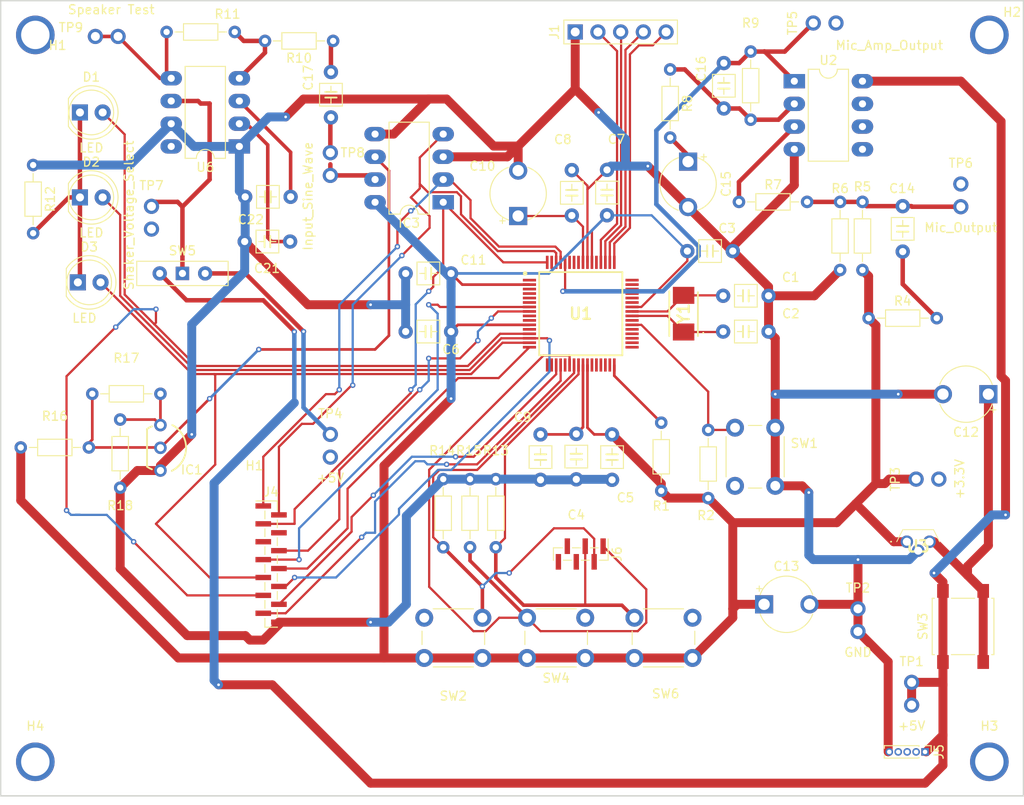
<source format=kicad_pcb>
(kicad_pcb (version 20240108) (generator "pcbnew") (generator_version "8.0")
  (layers (0 "F.Cu" signal) (31 "B.Cu" signal) (34 "B.Paste" user) (35 "F.Paste" user) (36 "B.SilkS" user "B.Silkscreen") (37 "F.SilkS" user "F.Silkscreen") (38 "B.Mask" user) (39 "F.Mask" user) (44 "Edge.Cuts" user))
  (net 0 "")
  (net 1 "GND")
  (net 2 "/OSC1")
  (net 3 "/OSC2")
  (net 4 "+3V3")
  (net 5 "/LDO")
  (net 6 "Net-(SW3-B)")
  (net 7 "Net-(MK1-+)")
  (net 8 "Net-(TP6-A)")
  (net 9 "Net-(C15-Pad1)")
  (net 10 "Net-(U2A--)")
  (net 11 "ADC_Mic_Input_Signal")
  (net 12 "Net-(C17-Pad2)")
  (net 13 "Net-(IC3-OUT)")
  (net 14 "Net-(U6-FC2)")
  (net 15 "Net-(U6-FC1)")
  (net 16 "PC7")
  (net 17 "Net-(D1-K)")
  (net 18 "PC6")
  (net 19 "PC5")
  (net 20 "Net-(IC1-Pad1)")
  (net 21 "Net-(IC3-REF)")
  (net 22 "PD3")
  (net 23 "PD1")
  (net 24 "PD0")
  (net 25 "Net-(TP8-A)")
  (net 26 "/TDO")
  (net 27 "/TMS")
  (net 28 "/TCK")
  (net 29 "/TDI")
  (net 30 "PE1")
  (net 31 "PC4")
  (net 32 "PA2")
  (net 33 "OutSignal")
  (net 34 "PA3")
  (net 35 "InputSignal")
  (net 36 "PE2")
  (net 39 "+5V")
  (net 41 "PA5")
  (net 43 "PA6")
  (net 45 "PA7")
  (net 47 "Net-(U1-~{WAKE})")
  (net 48 "/Reset")
  (net 49 "Net-(U2A-+)")
  (net 50 "Net-(U6-VIN)")
  (net 51 "Net-(TP9-A)")
  (net 54 "Net-(U6-VO2)")
  (net 55 "Net-(SW5-B)")
  (net 56 "Net-(BT1-+)")
  (footprint "Button_Switch_THT:SW_Slide-03_Wuerth-WS-SLTV_10x2.5x6.4_P2.54mm" (layer "F.Cu") (at 133.96 83.5)
    (property "Reference" "SW5")
    (property "Value" "SW_Wuerth_450301014042")
  )
  (footprint "ECE445L:C_Axial_200mil" (layer "F.Cu") (at 146 79.935 180)
    (property "Reference" "C21")
    (property "Value" "4.7uF")
  )
  (footprint "ECE445L:CP_Radial_Tantal200mil" (layer "F.Cu") (at 224.08 97 180)
    (property "Reference" "C12")
    (property "Value" ".33uF")
  )
  (footprint "ECE445L:C_Axial_200mil" (layer "F.Cu") (at 194.42 86)
    (property "Reference" "C1")
    (property "Value" "10pF C0G")
  )
  (footprint "ECE445L:LED_D5.0mm" (layer "F.Cu") (at 122.5 65.5)
    (property "Reference" "D1")
    (property "Value" "LED")
  )
  (footprint "ECE445L:R_Axial_DIN0204_L3.6mm_D1.6mm_P7.62mm_Horizontal" (layer "F.Cu") (at 196.19 75.5)
    (property "Reference" "R7")
    (property "Value" "1k")
  )
  (footprint "ECE445L:C_Axial_200mil" (layer "F.Cu") (at 214.5 81.05625 90)
    (property "Reference" "C14")
    (property "Value" "1uF")
  )
  (footprint "Button_Switch_THT:SW_PUSH_6mm" (layer "F.Cu") (at 200.25 100.75 -90)
    (property "Reference" "SW1")
    (property "Value" "Reset")
  )
  (footprint "ECE445L:C_Axial_200mil" (layer "F.Cu") (at 181.435 77 90)
    (property "Reference" "C7")
    (property "Value" "0.1uF")
  )
  (footprint "ECE445L:Testpoint_1x02_P2.54mm" (layer "F.Cu") (at 130.5 76)
    (property "Reference" "TP7")
    (property "Value" "Shaker_Voltage_Select")
  )
  (footprint "ECE445L:R_Axial_DIN0204_L3.6mm_D1.6mm_P7.62mm_Horizontal" (layer "F.Cu") (at 115.88 102.96)
    (property "Reference" "R16")
    (property "Value" "2330")
  )
  (footprint "ECE445L:Testpoint_1x02_P2.54mm" (layer "F.Cu") (at 209.5 121)
    (property "Reference" "TP2")
    (property "Value" "GND")
  )
  (footprint "ECE445L:R_Axial_DIN0204_L3.6mm_D1.6mm_P7.62mm_Horizontal" (layer "F.Cu") (at 169 114.12 90)
    (property "Reference" "R13")
    (property "Value" "10k")
  )
  (footprint "ECE445L:Testpoint_1x02_P2.54mm" (layer "F.Cu") (at 204.5 55.5 90)
    (property "Reference" "TP5")
    (property "Value" "Mic_Amp_Output")
  )
  (footprint "ECE445L:C_Axial_200mil" (layer "F.Cu") (at 178 101.44375 -90)
    (property "Reference" "C4")
    (property "Value" "0.1uF")
  )
  (footprint "ECE445L:R_Axial_DIN0204_L3.6mm_D1.6mm_P7.62mm_Horizontal" (layer "F.Cu") (at 210.69 88.5)
    (property "Reference" "R4")
    (property "Value" "10k")
  )
  (footprint "ECE445L:R_Axial_DIN0204_L3.6mm_D1.6mm_P7.62mm_Horizontal" (layer "F.Cu") (at 192.75 108.62 90)
    (property "Reference" "R2")
    (property "Value" "10k")
  )
  (footprint "ECE445L:R_Axial_DIN0204_L3.6mm_D1.6mm_P7.62mm_Horizontal" (layer "F.Cu") (at 123.88 96.96)
    (property "Reference" "R17")
    (property "Value" "330")
  )
  (footprint "ECE445L:C_Axial_200mil" (layer "F.Cu") (at 177.5 77.02375 90)
    (property "Reference" "C8")
    (property "Value" "0.1uF")
  )
  (footprint "ECE445L:LED_D5.0mm" (layer "F.Cu") (at 122.265 84.5)
    (property "Reference" "D3")
    (property "Value" "LED")
  )
  (footprint "ECE445L:CP_Radial_Tantal200mil" (layer "F.Cu") (at 171.5 77.08 90)
    (property "Reference" "C10")
    (property "Value" "2.2uF")
  )
  (footprint "ECE445L:R_Axial_DIN0204_L3.6mm_D1.6mm_P7.62mm_Horizontal" (layer "F.Cu") (at 150.81 57.5 180)
    (property "Reference" "R10")
    (property "Value" "20k")
  )
  (footprint "Connector_PinHeader_1.00mm:PinHeader_1x14_P1.00mm_Vertical_SMD_Pin1Left" (layer "F.Cu") (at 143.875 116)
    (property "Reference" "J4")
    (property "Value" "Conn_01x14_Pin")
  )
  (footprint "ECE445L:MountingHole_4_40" (layer "F.Cu") (at 224.19 138.11)
    (property "Reference" "H3")
    (property "Value" "~")
  )
  (footprint "ECE445L:C_Axial_200mil" (layer "F.Cu") (at 182 101.5 -90)
    (property "Reference" "C5")
    (property "Value" "0.01uF")
  )
  (footprint "ECE445L:R_Axial_DIN0204_L3.6mm_D1.6mm_P7.62mm_Horizontal" (layer "F.Cu") (at 210 83.12 90)
    (property "Reference" "R5")
    (property "Value" "22k")
  )
  (footprint "ECE445L:R_Axial_DIN0204_L3.6mm_D1.6mm_P7.62mm_Horizontal" (layer "F.Cu") (at 187.5 107.81 90)
    (property "Reference" "R1")
    (property "Value" "1M")
  )
  (footprint "ECE445L:C_Axial_200mil" (layer "F.Cu") (at 164 83.5 180)
    (property "Reference" "C11")
    (property "Value" "0.01uF")
  )
  (footprint "ECE445L:R_Axial_DIN0204_L3.6mm_D1.6mm_P7.62mm_Horizontal" (layer "F.Cu") (at 166.12 114.12 90)
    (property "Reference" "R15")
    (property "Value" "10k")
  )
  (footprint "ECE445L:TL431CLPM" (layer "F.Cu") (at 214.96 113.5)
    (property "Reference" "U3")
    (property "Value" "LP2950-33LPRE3" (hide yes))
  )
  (footprint "ECE445L:Testpoint_1x02_P2.54mm" (layer "F.Cu") (at 221 73.5)
    (property "Reference" "TP6")
    (property "Value" "Mic_Output")
  )
  (footprint "ECE445L:Testpoint_1x02_P2.54mm" (layer "F.Cu") (at 216 106.5 90)
    (property "Reference" "TP3")
    (property "Value" "+3.3V")
  )
  (footprint "ECE445L:DIP-8_W7.62mm_LongPads" (layer "F.Cu") (at 202.38 62)
    (property "Reference" "U2")
    (property "Value" "OPA2350")
  )
  (footprint "ECE445L:CP_Radial_Tantal200mil" (layer "F.Cu") (at 199 120.5)
    (property "Reference" "C13")
    (property "Value" ".1uF")
  )
  (footprint "Button_Switch_THT:SW_PUSH_6mm" (layer "F.Cu") (at 172.5 122)
    (property "Reference" "SW4")
    (property "Value" "Sample_Signal")
  )
  (footprint "Button_Switch_SMD:SW_SPST_B3S-1000" (layer "F.Cu") (at 221.25 122.975 90)
    (property "Reference" "SW3")
    (property "Value" "PWR_SW")
  )
  (footprint "ECE445L:R_Axial_DIN0204_L3.6mm_D1.6mm_P7.62mm_Horizontal" (layer "F.Cu") (at 163.12 114.12 90)
    (property "Reference" "R14")
    (property "Value" "10k")
  )
  (footprint "ECE445L:R_Axial_DIN0204_L3.6mm_D1.6mm_P7.62mm_Horizontal" (layer "F.Cu") (at 207.5 75.5 -90)
    (property "Reference" "R6")
    (property "Value" "22k")
  )
  (footprint "ECE445L:Testpoint_1x02_P2.54mm" (layer "F.Cu") (at 124.225 57 90)
    (property "Reference" "TP9")
    (property "Value" "Speaker Test")
  )
  (footprint "ECE445L:QFP50P1200X1200X160-64N" (layer "F.Cu") (at 178.5 88)
    (property "Reference" "U1")
    (property "Value" "TM4C123GH6PMIR" (hide yes))
  )
  (footprint "ECE445L:C_Axial_200mil" (layer "F.Cu") (at 146.05625 74.935 180)
    (property "Reference" "C22")
    (property "Value" "1uF")
  )
  (footprint "ECE445L:MountingHole_4_40" (layer "F.Cu") (at 117.51 138.11)
    (property "Reference" "H4")
    (property "Value" "~")
  )
  (footprint "ECE445L:R_Axial_DIN0204_L3.6mm_D1.6mm_P7.62mm_Horizontal" (layer "F.Cu") (at 127 99.84 -90)
    (property "Reference" "R18")
    (property "Value" "1500")
  )
  (footprint "ECE445L:C_Axial_200mil" (layer "F.Cu") (at 194.42 90)
    (property "Reference" "C2")
    (property "Value" "10pF C0G")
  )
  (footprint "Button_Switch_THT:SW_PUSH_6mm" (layer "F.Cu") (at 161 122)
    (property "Reference" "SW2")
    (property "Value" "Send_Signal")
  )
  (footprint "Connector_PinHeader_1.00mm:PinHeader_1x06_P1.00mm_Vertical_SMD_Pin1Left" (layer "F.Cu") (at 178.5 114.875 -90)
    (property "Reference" "J6")
    (property "Value" "Conn_01x06_Pin")
  )
  (footprint "ECE445L:Testpoint_1x02_P2.54mm" (layer "F.Cu") (at 215.5 129.225)
    (property "Reference" "TP1")
    (property "Value" "+5V")
  )
  (footprint "ECE445L:PinHeader_1x05_P2.54mm_Vertical" (layer "F.Cu") (at 177.88 56.5 90)
    (property "Reference" "J1")
    (property "Value" "JTAG")
  )
  (footprint "ECE445L:C_Axial_200mil" (layer "F.Cu") (at 190.42 81)
    (property "Reference" "C3")
    (property "Value" "1uF")
  )
  (footprint "ECE445L:LED_D5.0mm" (layer "F.Cu") (at 122.5 75)
    (property "Reference" "D2")
    (property "Value" "LED")
  )
  (footprint "ECE445L:DIP-8_W7.62mm_LongPads" (layer "F.Cu") (at 163.12 75.54 180)
    (property "Reference" "IC3")
    (property "Value" "TLV5616")
  )
  (footprint "Button_Switch_THT:SW_PUSH_6mm" (layer "F.Cu") (at 184.5 122)
    (property "Reference" "SW6")
    (property "Value" "Frequency_Select")
  )
  (footprint "ECE445L:ABM3" (layer "F.Cu") (at 190 88 90)
    (property "Reference" "Y1")
    (property "Value" "ABM3-16.000MHZ-B2-T" (hide yes))
  )
  (footprint "ECE445L:Testpoint_1x02_P2.54mm" (layer "F.Cu") (at 150.5 70)
    (property "Reference" "TP8")
    (property "Value" "Input_Sine_Wave")
  )
  (footprint "Connector_PinHeader_1.00mm:PinHeader_1x05_P1.00mm_Vertical" (layer "F.Cu") (at 217 137 -90)
    (property "Reference" "J5")
    (property "Value" "Conn_01x05")
  )
  (footprint "ECE445L:R_Axial_DIN0204_L3.6mm_D1.6mm_P7.62mm_Horizontal" (layer "F.Cu") (at 188.5 60.69 -90)
    (property "Reference" "R8")
    (property "Value" "1k")
  )
  (footprint "ECE445L:C_Axial_200mil" (layer "F.Cu") (at 164 90 180)
    (property "Reference" "C6")
    (property "Value" "0.1uF")
  )
  (footprint "ECE445L:R_Axial_DIN0204_L3.6mm_D1.6mm_P7.62mm_Horizontal" (layer "F.Cu") (at 197.5 58.69 -90)
    (property "Reference" "R9")
    (property "Value" "100k")
  )
  (footprint "ECE445L:CP_Radial_Tantal200mil" (layer "F.Cu") (at 190.5 71 -90)
    (property "Reference" "C15")
    (property "Value" "4.7uF")
  )
  (footprint "ECE445L:R_Axial_DIN0204_L3.6mm_D1.6mm_P7.62mm_Horizontal" (layer "F.Cu") (at 139.81 56.5 180)
    (property "Reference" "R11")
    (property "Value" "20k")
  )
  (footprint "ECE445L:MountingHole_4_40" (layer "F.Cu") (at 224.19 56.83)
    (property "Reference" "H2")
    (property "Value" "~")
  )
  (footprint "ECE445L:C_Axial_200mil" (layer "F.Cu") (at 174 101.5 -90)
    (property "Reference" "C9")
    (property "Value" "1uF")
  )
  (footprint "ECE445L:C_Axial_200mil" (layer "F.Cu") (at 150.565 66.05625 90)
    (property "Reference" "C17")
    (property "Value" "1nF")
  )
  (footprint "ECE445L:Testpoint_1x02_P2.54mm" (layer "F.Cu") (at 150.5 101.5)
    (property "Reference" "TP4")
    (property "Value" "+5V")
  )
  (footprint "ECE445L:R_Axial_DIN0204_L3.6mm_D1.6mm_P7.62mm_Horizontal" (layer "F.Cu") (at 117.265 71.38 -90)
    (property "Reference" "R12")
    (property "Value" "1k")
  )
  (footprint "ECE445L:DIP-8_W7.62mm_LongPads" (layer "F.Cu") (at 140.325 69.3 180)
    (property "Reference" "U6")
    (property "Value" "MCP34119P")
  )
  (footprint "ECE445L:ti_LM4041CILPR" (layer "F.Cu") (at 131.5 103 -90)
    (property "Reference" "IC1")
    (property "Value" "LM4041CILPR")
  )
  (footprint "ECE445L:MountingHole_4_40" (layer "F.Cu") (at 117.51 56.83)
    (property "Reference" "H1")
    (property "Value" "~")
  )
  (footprint "ECE445L:C_Axial_200mil" (layer "F.Cu") (at 194.5 65.05625 90)
    (property "Reference" "C16")
    (property "Value" "220pF")
  )
  (gr_rect (start 113.635 53) (end 228 141.92) (stroke (width 0.15)) (fill none) (layer "Edge.Cuts"))
  (gr_text "H1" (at 142 105 0) (layer "F.SilkS") (effects (font (size 1 1))))
  (segment (start 199.5 86) (end 199.5 85) (width 1) (layer "F.Cu") (net 1))
  (segment (start 147.5 64) (end 145.5 66) (width 1) (layer "F.Cu") (net 1))
  (segment (start 177.88 62.88) (end 177.88 56.5) (width 1) (layer "F.Cu") (net 1))
  (segment (start 190.5 76) (end 186 71.5) (width 1) (layer "F.Cu") (net 1))
  (segment (start 131.5 105.54) (end 128.92 105.54) (width 1) (layer "F.Cu") (net 1))
  (segment (start 144.75 122.75) (end 143 124.5) (width 1) (layer "F.Cu") (net 1))
  (segment (start 209.5 121) (end 209.5 115.5) (width 1) (layer "F.Cu") (net 1))
  (segment (start 144.75 122.5) (end 155 122.5) (width 1) (layer "F.Cu") (net 1))
  (segment (start 170.3 70.46) (end 163.12 70.46) (width 1) (layer "F.Cu") (net 1))
  (segment (start 212.875 126.915) (end 212.875 137) (width 1) (layer "F.Cu") (net 1))
  (segment (start 199.5 86) (end 204.62 86) (width 1) (layer "F.Cu") (net 1))
  (segment (start 195.5 81) (end 195.5 80.5) (width 1) (layer "F.Cu") (net 1))
  (segment (start 171.5 69.26) (end 170.3 70.46) (width 1) (layer "F.Cu") (net 1))
  (segment (start 199.5 90) (end 199.5 86) (width 1) (layer "F.Cu") (net 1))
  (segment (start 161.5 64) (end 147.5 64) (width 1) (layer "F.Cu") (net 1))
  (segment (start 179.25 82.262) (end 179.25 74.105) (width 0.25) (layer "F.Cu") (net 1))
  (segment (start 179.25 74.105) (end 179.25 73.69375) (width 0.25) (layer "F.Cu") (net 1))
  (segment (start 204.62 86) (end 207.5 83.12) (width 1) (layer "F.Cu") (net 1))
  (segment (start 209.5 123.54) (end 212.875 126.915) (width 1) (layer "F.Cu") (net 1))
  (segment (start 127 116.5) (end 127 107.46) (width 1) (layer "F.Cu") (net 1))
  (segment (start 157.58 67.92) (end 155.5 67.92) (width 1) (layer "F.Cu") (net 1))
  (segment (start 195.5 81) (end 195.42 81) (width 1) (layer "F.Cu") (net 1))
  (segment (start 163.5 64) (end 161.5 64) (width 1) (layer "F.Cu") (net 1))
  (segment (start 128.92 105.54) (end 127 107.46) (width 1) (layer "F.Cu") (net 1))
  (segment (start 144.75 122.5) (end 144.75 122.75) (width 1) (layer "F.Cu") (net 1))
  (segment (start 199.5 85) (end 195.5 81) (width 1) (layer "F.Cu") (net 1))
  (segment (start 209 120.5) (end 209.5 121) (width 1) (layer "F.Cu") (net 1))
  (segment (start 200.25 90.75) (end 199.5 90) (width 1) (layer "F.Cu") (net 1))
  (segment (start 180.5 65.5) (end 177.88 62.88) (width 1) (layer "F.Cu") (net 1))
  (segment (start 200.25 97) (end 200.25 90.75) (width 1) (layer "F.Cu") (net 1))
  (segment (start 177.88 62.88) (end 174.88 65.88) (width 1) (layer "F.Cu") (net 1))
  (segment (start 161.5 64) (end 157.58 67.92) (width 1) (layer "F.Cu") (net 1))
  (segment (start 200.25 107.25) (end 200.25 100.75) (width 1) (layer "F.Cu") (net 1))
  (segment (start 155 87) (end 147.985 87) (width 1) (layer "F.Cu") (net 1))
  (segment (start 168.76 69.26) (end 163.5 64) (width 1) (layer "F.Cu") (net 1))
  (segment (start 204.08 120.5) (end 209 120.5) (width 1) (layer "F.Cu") (net 1))
  (segment (start 203.25 107.25) (end 204 108) (width 1) (layer "F.Cu") (net 1))
  (segment (start 171.5 69.26) (end 171.5 72) (width 1) (layer "F.Cu") (net 1))
  (segment (start 141 124) (end 134.5 124) (width 1) (layer "F.Cu") (net 1))
  (segment (start 202.38 73.62) (end 202.38 69.62) (width 1) (layer "F.Cu") (net 1))
  (segment (start 131.5 105.54) (end 131.5 105) (width 1) (layer "F.Cu") (net 1))
  (segment (start 179.25 73.69375) (end 177.5 71.94375) (width 0.25) (layer "F.Cu") (net 1))
  (segment (start 171.5 69.26) (end 168.76 69.26) (width 1) (layer "F.Cu") (net 1))
  (segment (start 195.42 81) (end 190.5 76.08) (width 1) (layer "F.Cu") (net 1))
  (segment (start 134.5 124) (end 127 116.5) (width 1) (layer "F.Cu") (net 1))
  (segment (start 179.25 74.105) (end 181.435 71.92) (width 0.25) (layer "F.Cu") (net 1))
  (segment (start 147.985 87) (end 140.92 79.935) (width 1) (layer "F.Cu") (net 1))
  (segment (start 209.5 123.54) (end 209.5 121) (width 1) (layer "F.Cu") (net 1))
  (segment (start 219 97) (end 214 97) (width 1) (layer "F.Cu") (net 1))
  (segment (start 195.5 80.5) (end 202.38 73.62) (width 1) (layer "F.Cu") (net 1))
  (segment (start 131.5 105) (end 135 101.5) (width 1) (layer "F.Cu") (net 1))
  (segment (start 143 124.5) (end 141.5 124.5) (width 1) (layer "F.Cu") (net 1))
  (segment (start 174.88 65.88) (end 171.5 69.26) (width 1) (layer "F.Cu") (net 1))
  (segment (start 141.5 124.5) (end 141 124) (width 1) (layer "F.Cu") (net 1))
  (segment (start 200.25 100.75) (end 200.25 97) (width 1) (layer "F.Cu") (net 1))
  (segment (start 190.5 76.08) (end 190.5 76) (width 1) (layer "F.Cu") (net 1))
  (segment (start 177.44375 72) (end 177.5 71.94375) (width 0.25) (layer "F.Cu") (net 1))
  (segment (start 200.25 107.25) (end 203.25 107.25) (width 1) (layer "F.Cu") (net 1))
  (via (at 209.5 115.5) (size 0.6) (drill 0.3) (layers "F.Cu" "B.Cu") (net 1))
  (via (at 145.5 66) (size 0.6) (drill 0.3) (layers "F.Cu" "B.Cu") (net 1))
  (via (at 214 97) (size 0.6) (drill 0.3) (layers "F.Cu" "B.Cu") (net 1))
  (via (at 155 122.5) (size 0.6) (drill 0.3) (layers "F.Cu" "B.Cu") (net 1))
  (via (at 135 101.5) (size 0.6) (drill 0.3) (layers "F.Cu" "B.Cu") (net 1))
  (via (at 186 71.5) (size 0.6) (drill 0.3) (layers "F.Cu" "B.Cu") (net 1))
  (via (at 155 87) (size 0.6) (drill 0.3) (layers "F.Cu" "B.Cu") (net 1))
  (via (at 180.5 65.5) (size 0.6) (drill 0.3) (layers "F.Cu" "B.Cu") (net 1))
  (via (at 204 108) (size 0.6) (drill 0.3) (layers "F.Cu" "B.Cu") (net 1))
  (via (at 200.25 97) (size 0.6) (drill 0.3) (layers "F.Cu" "B.Cu") (net 1))
  (segment (start 155 122.5) (end 157 122.5) (width 1) (layer "B.Cu") (net 1))
  (segment (start 181.855 71.5) (end 181.435 71.92) (width 1) (layer "B.Cu") (net 1))
  (segment (start 186 71.5) (end 183.5 71.5) (width 1) (layer "B.Cu") (net 1))
  (segment (start 173.92 106.5) (end 174 106.58) (width 1) (layer "B.Cu") (net 1))
  (segment (start 135 89.201321) (end 140.92 83.281321) (width 1) (layer "B.Cu") (net 1))
  (segment (start 178 106.52375) (end 181.94375 106.52375) (width 1) (layer "B.Cu") (net 1))
  (segment (start 158.92 87) (end 155 87) (width 1) (layer "B.Cu") (net 1))
  (segment (start 140.325 69.3) (end 135.245 69.3) (width 1) (layer "B.Cu") (net 1))
  (segment (start 159 110.62) (end 163.12 106.5) (width 1) (layer "B.Cu") (net 1))
  (segment (start 135.245 69.3) (end 132.705 66.76) (width 1) (layer "B.Cu") (net 1))
  (segment (start 140.97625 74.935) (end 140.97625 79.87875) (width 1) (layer "B.Cu") (net 1))
  (segment (start 140.325 74.28375) (end 140.97625 74.935) (width 1) (layer "B.Cu") (net 1))
  (segment (start 128.085 71.38) (end 117.265 71.38) (width 1) (layer "B.Cu") (net 1))
  (segment (start 140.325 69.3) (end 140.325 74.28375) (width 1) (layer "B.Cu") (net 1))
  (segment (start 183.5 68.5) (end 183 68) (width 1) (layer "B.Cu") (net 1))
  (segment (start 140.92 83.281321) (end 140.92 79.935) (width 1) (layer "B.Cu") (net 1))
  (segment (start 169 106.5) (end 173.92 106.5) (width 1) (layer "B.Cu") (net 1))
  (segment (start 174 106.58) (end 177.94375 106.58) (width 1) (layer "B.Cu") (net 1))
  (segment (start 181.94375 106.52375) (end 182 106.58) (width 1) (layer "B.Cu") (net 1))
  (segment (start 214 97) (end 200.25 97) (width 1) (layer "B.Cu") (net 1))
  (segment (start 158.92 87) (end 158.92 83.5) (width 1) (layer "B.Cu") (net 1))
  (segment (start 158.92 90) (end 158.92 87) (width 1) (layer "B.Cu") (net 1))
  (segment (start 204 108) (end 204 115) (width 1) (layer "B.Cu") (net 1))
  (segment (start 183 68) (end 180.5 65.5) (width 1) (layer "B.Cu") (net 1))
  (segment (start 209.5 115.5) (end 215.23 115.5) (width 1) (layer "B.Cu") (net 1))
  (segment (start 183.5 71.5) (end 183.5 68.5) (width 1) (layer "B.Cu") (net 1))
  (segment (start 166.12 106.5) (end 169 106.5) (width 1) (layer "B.Cu") (net 1))
  (segment (start 140.97625 79.87875) (end 140.92 79.935) (width 1) (layer "B.Cu") (net 1))
  (segment (start 145.5 66) (end 143.625 66) (width 1) (layer "B.Cu") (net 1))
  (segment (start 183.5 71.5) (end 181.855 71.5) (width 1) (layer "B.Cu") (net 1))
  (segment (start 215.23 115.5) (end 216.23 114.5) (width 1) (layer "B.Cu") (net 1))
  (segment (start 159 120.5) (end 159 110.62) (width 1) (layer "B.Cu") (net 1))
  (segment (start 204 115) (end 204.5 115.5) (width 1) (layer "B.Cu") (net 1))
  (segment (start 157 122.5) (end 159 120.5) (width 1) (layer "B.Cu") (net 1))
  (segment (start 143.625 66) (end 140.325 69.3) (width 1) (layer "B.Cu") (net 1))
  (segment (start 177.94375 106.58) (end 178 106.52375) (width 1) (layer "B.Cu") (net 1))
  (segment (start 132.705 66.76) (end 128.085 71.38) (width 1) (layer "B.Cu") (net 1))
  (segment (start 204.5 115.5) (end 209.5 115.5) (width 1) (layer "B.Cu") (net 1))
  (segment (start 135 101.5) (end 135 89.201321) (width 1) (layer "B.Cu") (net 1))
  (segment (start 163.12 106.5) (end 166.12 106.5) (width 1) (layer "B.Cu") (net 1))
  (segment (start 188.2 87.75) (end 190 85.95) (width 0.25) (layer "F.Cu") (net 2))
  (segment (start 194.37 85.95) (end 194.42 86) (width 0.25) (layer "F.Cu") (net 2))
  (segment (start 184.238 87.75) (end 188.2 87.75) (width 0.25) (layer "F.Cu") (net 2))
  (segment (start 190 85.95) (end 194.37 85.95) (width 0.25) (layer "F.Cu") (net 2))
  (segment (start 194.37 90.05) (end 194.42 90) (width 0.25) (layer "F.Cu") (net 3))
  (segment (start 184.238 88.25) (end 188.2 88.25) (width 0.25) (layer "F.Cu") (net 3))
  (segment (start 188.2 88.25) (end 190 90.05) (width 0.25) (layer "F.Cu") (net 3))
  (segment (start 190 90.05) (end 194.37 90.05) (width 0.25) (layer "F.Cu") (net 3))
  (segment (start 179.25 93.738) (end 179.25 100.75) (width 0.3) (layer "F.Cu") (net 4))
  (segment (start 209.25 109.25) (end 211.5 107) (width 1) (layer "F.Cu") (net 4))
  (segment (start 185.2755 87.25) (end 190.42 82.1055) (width 0.25) (layer "F.Cu") (net 4))
  (segment (start 161 126.5) (end 167.5 126.5) (width 1) (layer "F.Cu") (net 4))
  (segment (start 172.762 84.75) (end 165.25 84.75) (width 0.3) (layer "F.Cu") (net 4))
  (segment (start 184.5 126.5) (end 191 126.5) (width 1) (layer "F.Cu") (net 4))
  (segment (start 195.5 121) (end 195.5 111.37) (width 1) (layer "F.Cu") (net 4))
  (segment (start 210.69 83.81) (end 210 83.12) (width 1) (layer "F.Cu") (net 4))
  (segment (start 167.5 126.5) (end 172.5 126.5) (width 1) (layer "F.Cu") (net 4))
  (segment (start 211.5 107) (end 211.5 89.31) (width 1) (layer "F.Cu") (net 4))
  (segment (start 213.5 113.5) (end 214.96 113.5) (width 1) (layer "F.Cu") (net 4))
  (segment (start 187.5 107) (end 182 101.5) (width 1) (layer "F.Cu") (net 4))
  (segment (start 192.75 108.62) (end 188.31 108.62) (width 1) (layer "F.Cu") (net 4))
  (segment (start 196 120.5) (end 195.5 121) (width 1) (layer "F.Cu") (net 4))
  (segment (start 213 106.5) (end 216 106.5) (width 1) (layer "F.Cu") (net 4))
  (segment (start 172.5 126.5) (end 179 126.5) (width 1) (layer "F.Cu") (net 4))
  (segment (start 184.238 87.25) (end 185.2755 87.25) (width 0.25) (layer "F.Cu") (net 4))
  (segment (start 179.25 100.75) (end 180 101.5) (width 0.3) (layer "F.Cu") (net 4))
  (segment (start 188.31 108.62) (end 187.5 107.81) (width 1) (layer "F.Cu") (net 4))
  (segment (start 190.42 82.1055) (end 190.42 81) (width 0.25) (layer "F.Cu") (net 4))
  (segment (start 195.5 122) (end 195.5 121) (width 1) (layer "F.Cu") (net 4))
  (segment (start 156.5 126.5) (end 156.5 105) (width 1) (layer "F.Cu") (net 4))
  (segment (start 156.5 105) (end 164 97.5) (width 1) (layer "F.Cu") (net 4))
  (segment (start 133.5 126.5) (end 115.88 108.88) (width 1) (layer "F.Cu") (net 4))
  (segment (start 179.75 82.262) (end 179.75 78.685) (width 0.25) (layer "F.Cu") (net 4))
  (segment (start 180 101.5) (end 182 101.5) (width 0.3) (layer "F.Cu") (net 4))
  (segment (start 191 126.5) (end 195.5 122) (width 1) (layer "F.Cu") (net 4))
  (segment (start 172.762 89.25) (end 164.75 89.25) (width 0.3) (layer "F.Cu") (net 4))
  (segment (start 207.13 111.37) (end 209.25 109.25) (width 1) (layer "F.Cu") (net 4))
  (segment (start 115.88 108.88) (end 115.88 102.96) (width 1) (layer "F.Cu") (net 4))
  (segment (start 164.75 89.25) (end 164 90) (width 0.3) (layer "F.Cu") (net 4))
  (segment (start 199 120.5) (end 196 120.5) (width 1) (layer "F.Cu") (net 4))
  (segment (start 195.5 111.37) (end 192.75 108.62) (width 1) (layer "F.Cu") (net 4))
  (segment (start 161 126.5) (end 156.5 126.5) (width 1) (layer "F.Cu") (net 4))
  (segment (start 195.5 111.37) (end 207.13 111.37) (width 1) (layer "F.Cu") (net 4))
  (segment (start 187.5 107.81) (end 187.5 107) (width 1) (layer "F.Cu") (net 4))
  (segment (start 210.69 88.5) (end 210.69 83.81) (width 1) (layer "F.Cu") (net 4))
  (segment (start 165.25 84.75) (end 164 83.5) (width 0.3) (layer "F.Cu") (net 4))
  (segment (start 179.75 78.685) (end 181.435 77) (width 0.25) (layer "F.Cu") (net 4))
  (segment (start 156.5 126.5) (end 133.5 126.5) (width 1) (layer "F.Cu") (net 4))
  (segment (start 211.5 107) (end 212.5 107) (width 1) (layer "F.Cu") (net 4))
  (segment (start 211.5 89.31) (end 210.69 88.5) (width 1) (layer "F.Cu") (net 4))
  (segment (start 212.5 107) (end 213 106.5) (width 1) (layer "F.Cu") (net 4))
  (segment (start 209.25 109.25) (end 213.5 113.5) (width 1) (layer "F.Cu") (net 4))
  (segment (start 179 126.5) (end 184.5 126.5) (width 1) (layer "F.Cu") (net 4))
  (via (at 164 97.5) (size 0.6) (drill 0.3) (layers "F.Cu" "B.Cu") (net 4))
  (segment (start 164 97.5) (end 164 92) (width 1) (layer "B.Cu") (net 4))
  (segment (start 186.42 77) (end 190.42 81) (width 0.25) (layer "B.Cu") (net 4))
  (segment (start 164 83.5) (end 174.935 83.5) (width 0.3) (layer "B.Cu") (net 4))
  (segment (start 164 84.04) (end 155.5 75.54) (width 1) (layer "B.Cu") (net 4))
  (segment (start 181.435 77) (end 186.42 77) (width 0.25) (layer "B.Cu") (net 4))
  (segment (start 164 85) (end 164 83.5) (width 1) (layer "B.Cu") (net 4))
  (segment (start 164 92) (end 164 85) (width 1) (layer "B.Cu") (net 4))
  (segment (start 174.935 83.5) (end 181.435 77) (width 0.3) (layer "B.Cu") (net 4))
  (segment (start 164 85) (end 164 84.04) (width 1) (layer "B.Cu") (net 4))
  (segment (start 164 92) (end 164 90) (width 1) (layer "B.Cu") (net 4))
  (segment (start 177.5 101.5) (end 174 101.5) (width 0.3) (layer "F.Cu") (net 5))
  (segment (start 178 101.44375) (end 177.55625 101.44375) (width 0.3) (layer "F.Cu") (net 5))
  (segment (start 177.55625 101.44375) (end 177.5 101.5) (width 0.3) (layer "F.Cu") (net 5))
  (segment (start 178.75 78.27375) (end 177.5 77.02375) (width 0.25) (layer "F.Cu") (net 5))
  (segment (start 178.75 82.262) (end 178.75 78.27375) (width 0.25) (layer "F.Cu") (net 5))
  (segment (start 177.44375 77.08) (end 177.5 77.02375) (width 0.25) (layer "F.Cu") (net 5))
  (segment (start 178.75 93.738) (end 178.75 100.69375) (width 0.3) (layer "F.Cu") (net 5))
  (segment (start 171.5 77.08) (end 177.44375 77.08) (width 0.25) (layer "F.Cu") (net 5))
  (segment (start 178.75 100.69375) (end 178 101.44375) (width 0.3) (layer "F.Cu") (net 5))
  (segment (start 224.08 113.92) (end 224.08 97) (width 1) (layer "F.Cu") (net 6))
  (segment (start 221.75 117.25) (end 223.5 119) (width 1) (layer "F.Cu") (net 6))
  (segment (start 221.75 116.25) (end 224.08 113.92) (width 1) (layer "F.Cu") (net 6))
  (segment (start 223.5 119) (end 223.5 126.95) (width 1) (layer "F.Cu") (net 6))
  (segment (start 221.75 117.25) (end 221.75 116.25) (width 1) (layer "F.Cu") (net 6))
  (segment (start 217.5 113.5) (end 218 113.5) (width 1) (layer "F.Cu") (net 6))
  (segment (start 218 113.5) (end 221.75 117.25) (width 1) (layer "F.Cu") (net 6))
  (segment (start 214.5 84.69) (end 218.31 88.5) (width 0.5) (layer "F.Cu") (net 7))
  (segment (start 214.5 81.05625) (end 214.5 84.69) (width 0.5) (layer "F.Cu") (net 7))
  (segment (start 210.47625 75.97625) (end 210 75.5) (width 0.5) (layer "F.Cu") (net 8))
  (segment (start 214.5 75.97625) (end 210.47625 75.97625) (width 0.5) (layer "F.Cu") (net 8))
  (segment (start 215.47625 75.97625) (end 215.54 76.04) (width 0.5) (layer "F.Cu") (net 8))
  (segment (start 214.5 75.97625) (end 215.47625 75.97625) (width 0.5) (layer "F.Cu") (net 8))
  (segment (start 215.54 76.04) (end 221 76.04) (width 0.5) (layer "F.Cu") (net 8))
  (segment (start 207.5 75.5) (end 210 75.5) (width 0.5) (layer "F.Cu") (net 8))
  (segment (start 203.81 75.5) (end 207.5 75.5) (width 0.5) (layer "F.Cu") (net 8))
  (segment (start 190.5 70.31) (end 188.5 68.31) (width 0.5) (layer "F.Cu") (net 9))
  (segment (start 190.5 71) (end 190.5 70.31) (width 0.5) (layer "F.Cu") (net 9))
  (segment (start 188.5 60.69) (end 190.13375 60.69) (width 0.5) (layer "F.Cu") (net 10))
  (segment (start 200.61 66.31) (end 202.38 64.54) (width 0.5) (layer "F.Cu") (net 10))
  (segment (start 190.13375 60.69) (end 194.5 65.05625) (width 0.5) (layer "F.Cu") (net 10))
  (segment (start 197.5 66.31) (end 200.61 66.31) (width 0.5) (layer "F.Cu") (net 10))
  (segment (start 194.5 65.05625) (end 196.24625 65.05625) (width 0.5) (layer "F.Cu") (net 10))
  (segment (start 196.24625 65.05625) (end 197.5 66.31) (width 0.5) (layer "F.Cu") (net 10))
  (segment (start 199 58.69) (end 199.07 58.69) (width 0.5) (layer "F.Cu") (net 11))
  (segment (start 176.75 85.25) (end 176.5 85.5) (width 0.25) (layer "F.Cu") (net 11))
  (segment (start 201.31 58.69) (end 204.5 55.5) (width 0.5) (layer "F.Cu") (net 11))
  (segment (start 199 58.69) (end 201.31 58.69) (width 0.5) (layer "F.Cu") (net 11))
  (segment (start 199.07 58.69) (end 202.38 62) (width 0.5) (layer "F.Cu") (net 11))
  (segment (start 194.5 59.97625) (end 196.21375 59.97625) (width 0.5) (layer "F.Cu") (net 11))
  (segment (start 196.21375 59.97625) (end 197.5 58.69) (width 0.5) (layer "F.Cu") (net 11))
  (segment (start 197.5 58.69) (end 199 58.69) (width 0.5) (layer "F.Cu") (net 11))
  (segment (start 176.75 82.262) (end 176.75 85.25) (width 0.25) (layer "F.Cu") (net 11))
  (via (at 176.5 85.5) (size 0.6) (drill 0.3) (layers "F.Cu" "B.Cu") (net 11))
  (segment (start 186.95 67.52625) (end 186.95 75.762233) (width 0.5) (layer "B.Cu") (net 11))
  (segment (start 187.687767 85.5) (end 176.5 85.5) (width 0.5) (layer "B.Cu") (net 11))
  (segment (start 191.67 81.517767) (end 187.687767 85.5) (width 0.5) (layer "B.Cu") (net 11))
  (segment (start 194.5 59.97625) (end 186.95 67.52625) (width 0.5) (layer "B.Cu") (net 11))
  (segment (start 186.95 75.762233) (end 191.67 80.482233) (width 0.5) (layer "B.Cu") (net 11))
  (segment (start 191.67 80.482233) (end 191.67 81.517767) (width 0.5) (layer "B.Cu") (net 11))
  (segment (start 150.565 60.97625) (end 150.565 57.745) (width 0.5) (layer "F.Cu") (net 12))
  (segment (start 150.565 57.745) (end 150.81 57.5) (width 0.5) (layer "F.Cu") (net 12))
  (segment (start 155.04 72.54) (end 155.5 73) (width 0.5) (layer "F.Cu") (net 13))
  (segment (start 155 73) (end 154.54 72.54) (width 0.5) (layer "F.Cu") (net 13))
  (segment (start 155.5 73) (end 155 73) (width 0.5) (layer "F.Cu") (net 13))
  (segment (start 150.5 72.54) (end 155.04 72.54) (width 0.5) (layer "F.Cu") (net 13))
  (segment (start 150.5 72.54) (end 150.5 71.3) (width 0.5) (layer "F.Cu") (net 13))
  (segment (start 141.125 66.76) (end 143.5 69.135) (width 0.4) (layer "F.Cu") (net 14))
  (segment (start 143.5 69.135) (end 143.5 79.5) (width 0.4) (layer "F.Cu") (net 14))
  (segment (start 140.325 66.76) (end 141.125 66.76) (width 0.4) (layer "F.Cu") (net 14))
  (segment (start 143.5 79.5) (end 143.935 79.935) (width 0.4) (layer "F.Cu") (net 14))
  (segment (start 143.935 79.935) (end 146 79.935) (width 0.4) (layer "F.Cu") (net 14))
  (segment (start 146.05625 69.95125) (end 146.05625 74.935) (width 0.4) (layer "F.Cu") (net 15))
  (segment (start 140.325 64.22) (end 146.05625 69.95125) (width 0.4) (layer "F.Cu") (net 15))
  (segment (start 121 95) (end 126.5 89.5) (width 0.25) (layer "F.Cu") (net 16))
  (segment (start 143 119.5) (end 134.5 119.5) (width 0.25) (layer "F.Cu") (net 16))
  (segment (start 169.477208 90.25) (end 165.877208 93.85) (width 0.25) (layer "F.Cu") (net 16))
  (segment (start 127.5 85.863604) (end 127.5 67.96) (width 0.25) (layer "F.Cu") (net 16))
  (segment (start 130.818198 89.181802) (end 127.5 85.863604) (width 0.25) (layer "F.Cu") (net 16))
  (segment (start 131 89) (end 130.818198 89.181802) (width 0.25) (layer "F.Cu") (net 16))
  (segment (start 127.5 67.96) (end 125.04 65.5) (width 0.25) (layer "F.Cu") (net 16))
  (segment (start 172.762 90.25) (end 169.477208 90.25) (width 0.25) (layer "F.Cu") (net 16))
  (segment (start 135.486396 93.85) (end 130.818198 89.181802) (width 0.25) (layer "F.Cu") (net 16))
  (segment (start 121 110) (end 121 95) (width 0.25) (layer "F.Cu") (net 16))
  (segment (start 131 87.5) (end 131 89) (width 0.25) (layer "F.Cu") (net 16))
  (segment (start 134.5 119.5) (end 128.5 113.5) (width 0.25) (layer "F.Cu") (net 16))
  (segment (start 165.877208 93.85) (end 135.486396 93.85) (width 0.25) (layer "F.Cu") (net 16))
  (via (at 128.5 113.5) (size 0.6) (drill 0.3) (layers "F.Cu" "B.Cu") (net 16))
  (via (at 126.5 89.5) (size 0.6) (drill 0.3) (layers "F.Cu" "B.Cu") (net 16))
  (via (at 131 87.5) (size 0.6) (drill 0.3) (layers "F.Cu" "B.Cu") (net 16))
  (via (at 121 110) (size 0.6) (drill 0.3) (layers "F.Cu" "B.Cu") (net 16))
  (segment (start 128.5 87.5) (end 131 87.5) (width 0.25) (layer "B.Cu") (net 16))
  (segment (start 121.5 110.5) (end 121 110) (width 0.25) (layer "B.Cu") (net 16))
  (segment (start 126.5 89.5) (end 128.5 87.5) (width 0.25) (layer "B.Cu") (net 16))
  (segment (start 122 110.5) (end 122.5 110.5) (width 0.25) (layer "B.Cu") (net 16))
  (segment (start 128.5 113.5) (end 125.5 110.5) (width 0.25) (layer "B.Cu") (net 16))
  (segment (start 125.5 110.5) (end 122 110.5) (width 0.25) (layer "B.Cu") (net 16))
  (segment (start 122.5 110.5) (end 121.5 110.5) (width 0.25) (layer "B.Cu") (net 16))
  (segment (start 122.5 75) (end 121.265 75) (width 0.5) (layer "F.Cu") (net 17))
  (segment (start 122.5 65.5) (end 122.5 75) (width 0.5) (layer "F.Cu") (net 17))
  (segment (start 122.5 84.265) (end 122.265 84.5) (width 0.5) (layer "F.Cu") (net 17))
  (segment (start 121.265 75) (end 117.265 79) (width 0.5) (layer "F.Cu") (net 17))
  (segment (start 122.5 75) (end 122.5 84.265) (width 0.5) (layer "F.Cu") (net 17))
  (segment (start 127 76.96) (end 125.04 75) (width 0.25) (layer "F.Cu") (net 18))
  (segment (start 127 86) (end 127 76.96) (width 0.25) (layer "F.Cu") (net 18))
  (segment (start 172.762 90.75) (end 169.613604 90.75) (width 0.25) (layer "F.Cu") (net 18))
  (segment (start 174.75 90.75) (end 172.762 90.75) (width 0.25) (layer "F.Cu") (net 18))
  (segment (start 175 91) (end 174.75 90.75) (width 0.25) (layer "F.Cu") (net 18))
  (segment (start 145.5 118.5) (end 146.5 117.5) (width 0.25) (layer "F.Cu") (net 18))
  (segment (start 169.613604 90.75) (end 166.063604 94.3) (width 0.25) (layer "F.Cu") (net 18))
  (segment (start 135.3 94.3) (end 127 86) (width 0.25) (layer "F.Cu") (net 18))
  (segment (start 144.75 118.5) (end 145.5 118.5) (width 0.25) (layer "F.Cu") (net 18))
  (segment (start 166.063604 94.3) (end 135.3 94.3) (width 0.25) (layer "F.Cu") (net 18))
  (via (at 175 91) (size 0.6) (drill 0.3) (layers "F.Cu" "B.Cu") (net 18))
  (via (at 146.5 117.5) (size 0.6) (drill 0.3) (layers "F.Cu" "B.Cu") (net 18))
  (segment (start 146.5 117.5) (end 151.136396 117.5) (width 0.25) (layer "B.Cu") (net 18))
  (segment (start 164.025 105.475) (end 175 94.5) (width 0.25) (layer "B.Cu") (net 18))
  (segment (start 151.136396 117.5) (end 158.175 110.461396) (width 0.25) (layer "B.Cu") (net 18))
  (segment (start 158.175 110.461396) (end 158.175 109.825) (width 0.25) (layer "B.Cu") (net 18))
  (segment (start 158.175 109.825) (end 162.525 105.475) (width 0.25) (layer "B.Cu") (net 18))
  (segment (start 175 94.5) (end 175 91) (width 0.25) (layer "B.Cu") (net 18))
  (segment (start 162.525 105.475) (end 164.025 105.475) (width 0.25) (layer "B.Cu") (net 18))
  (segment (start 137.625 104.875) (end 137.625 94.875) (width 0.25) (layer "F.Cu") (net 19))
  (segment (start 137 117.5) (end 131 111.5) (width 0.25) (layer "F.Cu") (net 19))
  (segment (start 172.762 91.25) (end 169.75 91.25) (width 0.25) (layer "F.Cu") (net 19))
  (segment (start 137.625 94.875) (end 137.5 94.75) (width 0.25) (layer "F.Cu") (net 19))
  (segment (start 169.75 91.25) (end 166.25 94.75) (width 0.25) (layer "F.Cu") (net 19))
  (segment (start 166.25 94.75) (end 137.5 94.75) (width 0.25) (layer "F.Cu") (net 19))
  (segment (start 131 111.5) (end 137.625 104.875) (width 0.25) (layer "F.Cu") (net 19))
  (segment (start 137.5 94.75) (end 135.055 94.75) (width 0.25) (layer "F.Cu") (net 19))
  (segment (start 143 117.5) (end 137 117.5) (width 0.25) (layer "F.Cu") (net 19))
  (segment (start 135.055 94.75) (end 124.805 84.5) (width 0.25) (layer "F.Cu") (net 19))
  (segment (start 130.88 99.84) (end 131.5 100.46) (width 0.3) (layer "F.Cu") (net 20))
  (segment (start 127 99.84) (end 130.88 99.84) (width 0.3) (layer "F.Cu") (net 20))
  (segment (start 131.5 100.46) (end 131.5 96.96) (width 0.3) (layer "F.Cu") (net 20))
  (segment (start 155.5 92) (end 157.05 90.45) (width 0.3) (layer "F.Cu") (net 21))
  (segment (start 157.05 90.45) (end 157.05 72.01) (width 0.3) (layer "F.Cu") (net 21))
  (segment (start 123.5 102.96) (end 123.5 102.46) (width 0.3) (layer "F.Cu") (net 21))
  (segment (start 131.46 102.96) (end 131.5 103) (width 0.3) (layer "F.Cu") (net 21))
  (segment (start 123.5 102.96) (end 131.46 102.96) (width 0.3) (layer "F.Cu") (net 21))
  (segment (start 157.05 72.01) (end 155.5 70.46) (width 0.3) (layer "F.Cu") (net 21))
  (segment (start 123.5 102.46) (end 123.88 102.08) (width 0.3) (layer "F.Cu") (net 21))
  (segment (start 142.5 92) (end 155.5 92) (width 0.3) (layer "F.Cu") (net 21))
  (segment (start 131.5 103) (end 137 97.5) (width 0.3) (layer "F.Cu") (net 21))
  (segment (start 123.88 102.08) (end 123.88 96.96) (width 0.3) (layer "F.Cu") (net 21))
  (via (at 142.5 92) (size 0.6) (drill 0.3) (layers "F.Cu" "B.Cu") (net 21))
  (via (at 137 97.5) (size 0.6) (drill 0.3) (layers "F.Cu" "B.Cu") (net 21))
  (segment (start 137 97.5) (end 142.5 92) (width 0.3) (layer "B.Cu") (net 21))
  (segment (start 146.5 111.5) (end 146.5 109.863604) (width 0.25) (layer "F.Cu") (net 22))
  (segment (start 163.12 82.789009) (end 163.12 75.54) (width 0.25) (layer "F.Cu") (net 22))
  (segment (start 162 83.909009) (end 163.12 82.789009) (width 0.25) (layer "F.Cu") (net 22))
  (segment (start 162 85) (end 162 83.909009) (width 0.25) (layer "F.Cu") (net 22))
  (segment (start 161.5 85.5) (end 162 85) (width 0.25) (layer "F.Cu") (net 22))
  (segment (start 146.5 109.863604) (end 159.5 96.863604) (width 0.25) (layer "F.Cu") (net 22))
  (segment (start 163.12 75.54) (end 169.842 82.262) (width 0.25) (layer "F.Cu") (net 22))
  (segment (start 143 111.5) (end 146.5 111.5) (width 0.25) (layer "F.Cu") (net 22))
  (segment (start 159.5 96.863604) (end 159.5 96.5) (width 0.25) (layer "F.Cu") (net 22))
  (segment (start 169.842 82.262) (end 174.75 82.262) (width 0.25) (layer "F.Cu") (net 22))
  (via (at 159.5 96.5) (size 0.6) (drill 0.3) (layers "F.Cu" "B.Cu") (net 22))
  (via (at 161.5 85.5) (size 0.6) (drill 0.3) (layers "F.Cu" "B.Cu") (net 22))
  (segment (start 160.045 86.955) (end 161.5 85.5) (width 0.25) (layer "B.Cu") (net 22))
  (segment (start 160.045 95.955) (end 160.045 86.955) (width 0.25) (layer "B.Cu") (net 22))
  (segment (start 159.5 96.5) (end 160.045 95.955) (width 0.25) (layer "B.Cu") (net 22))
  (segment (start 159.5 75) (end 160.5 74) (width 0.25) (layer "F.Cu") (net 23))
  (segment (start 148.565686 100.318198) (end 152.883884 96) (width 0.25) (layer "F.Cu") (net 23))
  (segment (start 158.5 81.5) (end 161.595 78.405) (width 0.25) (layer "F.Cu") (net 23))
  (segment (start 175.75 82.262) (end 175.75 81.2245) (width 0.25) (layer "F.Cu") (net 23))
  (segment (start 152.883884 96) (end 153 96) (width 0.25) (layer "F.Cu") (net 23))
  (segment (start 161.595 77.095) (end 159.5 75) (width 0.25) (layer "F.Cu") (net 23))
  (segment (start 160.5 73.5) (end 160.5 70.54) (width 0.25) (layer "F.Cu") (net 23))
  (segment (start 175.75 81.2245) (end 175.5255 81) (width 0.25) (layer "F.Cu") (net 23))
  (segment (start 147.318198 100.318198) (end 148.565686 100.318198) (width 0.25) (layer "F.Cu") (net 23))
  (segment (start 175.5255 81) (end 169.216396 81) (width 0.25) (layer "F.Cu") (net 23))
  (segment (start 165.108198 74.878198) (end 164.645 74.415) (width 0.25) (layer "F.Cu") (net 23))
  (segment (start 144.75 102.886396) (end 147.318198 100.318198) (width 0.25) (layer "F.Cu") (net 23))
  (segment (start 161.415 74.415) (end 160.5 73.5) (width 0.25) (layer "F.Cu") (net 23))
  (segment (start 160.5 70.54) (end 163.12 67.92) (width 0.25) (layer "F.Cu") (net 23))
  (segment (start 161.595 78.405) (end 161.595 77.095) (width 0.25) (layer "F.Cu") (net 23))
  (segment (start 169.216396 81) (end 165.108198 76.891802) (width 0.25) (layer "F.Cu") (net 23))
  (segment (start 144.75 110.5) (end 144.75 102.886396) (width 0.25) (layer "F.Cu") (net 23))
  (segment (start 160.5 74) (end 160.5 73.5) (width 0.25) (layer "F.Cu") (net 23))
  (segment (start 165.108198 76.891802) (end 165.108198 74.878198) (width 0.25) (layer "F.Cu") (net 23))
  (segment (start 164.645 74.415) (end 161.415 74.415) (width 0.25) (layer "F.Cu") (net 23))
  (via (at 153 96) (size 0.6) (drill 0.3) (layers "F.Cu" "B.Cu") (net 23))
  (via (at 158.5 81.5) (size 0.6) (drill 0.3) (layers "F.Cu" "B.Cu") (net 23))
  (segment (start 153 96) (end 153 87) (width 0.25) (layer "B.Cu") (net 23))
  (segment (start 153 87) (end 158.5 81.5) (width 0.25) (layer "B.Cu") (net 23))
  (segment (start 158 78) (end 159.5 76.5) (width 0.25) (layer "F.Cu") (net 24))
  (segment (start 176.25 81.088104) (end 175.661896 80.5) (width 0.25) (layer "F.Cu") (net 24))
  (segment (start 143 104) (end 150 97) (width 0.25) (layer "F.Cu") (net 24))
  (segment (start 176.25 82.262) (end 176.25 81.088104) (width 0.25) (layer "F.Cu") (net 24))
  (segment (start 150 97) (end 151 97) (width 0.25) (layer "F.Cu") (net 24))
  (segment (start 143 109.5) (end 143 104) (width 0.25) (layer "F.Cu") (net 24))
  (segment (start 163.866396 73) (end 163.12 73) (width 0.25) (layer "F.Cu") (net 24))
  (segment (start 151 97) (end 151.5 96.5) (width 0.25) (layer "F.Cu") (net 24))
  (segment (start 166.176396 77.323604) (end 166.176396 75.31) (width 0.25) (layer "F.Cu") (net 24))
  (segment (start 175.661896 80.5) (end 169.352792 80.5) (width 0.25) (layer "F.Cu") (net 24))
  (segment (start 158 80.5) (end 158 78) (width 0.25) (layer "F.Cu") (net 24))
  (segment (start 166.176396 75.31) (end 163.866396 73) (width 0.25) (layer "F.Cu") (net 24))
  (segment (start 169.352792 80.5) (end 166.176396 77.323604) (width 0.25) (layer "F.Cu") (net 24))
  (via (at 158 80.5) (size 0.6) (drill 0.3) (layers "F.Cu" "B.Cu") (net 24))
  (via (at 151.5 96.5) (size 0.6) (drill 0.3) (layers "F.Cu" "B.Cu") (net 24))
  (via (at 159.5 76.5) (size 0.6) (drill 0.3) (layers "F.Cu" "B.Cu") (net 24))
  (segment (start 159.62 76.5) (end 163.12 73) (width 0.25) (layer "B.Cu") (net 24))
  (segment (start 159.5 76.5) (end 159.62 76.5) (width 0.25) (layer "B.Cu") (net 24))
  (segment (start 151.5 87) (end 158 80.5) (width 0.25) (layer "B.Cu") (net 24))
  (segment (start 151.5 96.5) (end 151.5 87) (width 0.25) (layer "B.Cu") (net 24))
  (segment (start 150.5 66.12125) (end 150.565 66.05625) (width 0.5) (layer "F.Cu") (net 25))
  (segment (start 150.5 70) (end 150.5 66.12125) (width 0.5) (layer "F.Cu") (net 25))
  (segment (start 184 59) (end 185 58) (width 0.25) (layer "F.Cu") (net 26))
  (segment (start 185 58) (end 186.54 58) (width 0.25) (layer "F.Cu") (net 26))
  (segment (start 182.25 80.159188) (end 184 78.409188) (width 0.25) (layer "F.Cu") (net 26))
  (segment (start 182.25 82.262) (end 182.25 80.159188) (width 0.25) (layer "F.Cu") (net 26))
  (segment (start 186.54 58) (end 188.04 56.5) (width 0.25) (layer "F.Cu") (net 26))
  (segment (start 184 78.409188) (end 184 59) (width 0.25) (layer "F.Cu") (net 26))
  (segment (start 183.01 78.126396) (end 183.01 56.55) (width 0.25) (layer "F.Cu") (net 27))
  (segment (start 181.25 82.262) (end 181.25 79.886396) (width 0.25) (layer "F.Cu") (net 27))
  (segment (start 181.25 79.886396) (end 183.01 78.126396) (width 0.25) (layer "F.Cu") (net 27))
  (segment (start 183.01 56.55) (end 182.96 56.5) (width 0.25) (layer "F.Cu") (net 27))
  (segment (start 180.75 82.262) (end 180.75 79.75) (width 0.25) (layer "F.Cu") (net 28))
  (segment (start 182.56 77.94) (end 182.56 58.64) (width 0.25) (layer "F.Cu") (net 28))
  (segment (start 180.75 79.75) (end 182.56 77.94) (width 0.25) (layer "F.Cu") (net 28))
  (segment (start 182.56 58.64) (end 180.42 56.5) (width 0.25) (layer "F.Cu") (net 28))
  (segment (start 183.5 78.272792) (end 183.5 58.5) (width 0.25) (layer "F.Cu") (net 29))
  (segment (start 183.5 58.5) (end 185.5 56.5) (width 0.25) (layer "F.Cu") (net 29))
  (segment (start 181.75 80.022792) (end 183.5 78.272792) (width 0.25) (layer "F.Cu") (net 29))
  (segment (start 181.75 82.262) (end 181.75 80.022792) (width 0.25) (layer "F.Cu") (net 29))
  (segment (start 167 91) (end 165 93) (width 0.25) (layer "F.Cu") (net 30))
  (segment (start 151.5 111) (end 148 114.5) (width 0.25) (layer "F.Cu") (net 30))
  (segment (start 160.5 96.5) (end 151.5 105.5) (width 0.25) (layer "F.Cu") (net 30))
  (segment (start 151.5 105.5) (end 151.5 111) (width 0.25) (layer "F.Cu") (net 30))
  (segment (start 148 114.5) (end 144.75 114.5) (width 0.25) (layer "F.Cu") (net 30))
  (segment (start 172.762 87.75) (end 169.25 87.75) (width 0.25) (layer "F.Cu") (net 30))
  (segment (start 165 93) (end 161.5 93) (width 0.25) (layer "F.Cu") (net 30))
  (segment (start 169.25 87.75) (end 168.5 88.5) (width 0.25) (layer "F.Cu") (net 30))
  (via (at 161.5 93) (size 0.6) (drill 0.3) (layers "F.Cu" "B.Cu") (net 30))
  (via (at 167 91) (size 0.6) (drill 0.3) (layers "F.Cu" "B.Cu") (net 30))
  (via (at 167 91) (size 0.6) (drill 0.3) (layers "F.Cu" "B.Cu") (net 30))
  (via (at 160.5 96.5) (size 0.6) (drill 0.3) (layers "F.Cu" "B.Cu") (net 30))
  (via (at 168.5 88.5) (size 0.6) (drill 0.3) (layers "F.Cu" "B.Cu") (net 30))
  (segment (start 167 90) (end 167 91) (width 0.25) (layer "B.Cu") (net 30))
  (segment (start 161.5 93) (end 161.5 95.5) (width 0.25) (layer "B.Cu") (net 30))
  (segment (start 161.5 95.5) (end 160.5 96.5) (width 0.25) (layer "B.Cu") (net 30))
  (segment (start 168.5 88.5) (end 167 90) (width 0.25) (layer "B.Cu") (net 30))
  (segment (start 152.425 107.575) (end 152.425 112) (width 0.25) (layer "F.Cu") (net 31))
  (segment (start 164.8 95.2) (end 152.425 107.575) (width 0.25) (layer "F.Cu") (net 31))
  (segment (start 169.312 95.2) (end 164.8 95.2) (width 0.25) (layer "F.Cu") (net 31))
  (segment (start 147.925 116.5) (end 144.75 116.5) (width 0.25) (layer "F.Cu") (net 31))
  (segment (start 172.762 91.75) (end 169.312 95.2) (width 0.25) (layer "F.Cu") (net 31))
  (segment (start 152.425 112) (end 147.925 116.5) (width 0.25) (layer "F.Cu") (net 31))
  (segment (start 164.5 104) (end 166.5255 104) (width 0.25) (layer "F.Cu") (net 32))
  (segment (start 152.875 112.375) (end 152.875 110.741116) (width 0.25) (layer "F.Cu") (net 32))
  (segment (start 175.75 94.7755) (end 175.75 93.738) (width 0.25) (layer "F.Cu") (net 32))
  (segment (start 152.875 110.741116) (end 155.308058 108.308058) (width 0.25) (layer "F.Cu") (net 32))
  (segment (start 166.5255 104) (end 175.75 94.7755) (width 0.25) (layer "F.Cu") (net 32))
  (segment (start 144.75 120.5) (end 152.875 112.375) (width 0.25) (layer "F.Cu") (net 32))
  (via (at 155.308058 108.308058) (size 0.6) (drill 0.3) (layers "F.Cu" "B.Cu") (net 32))
  (via (at 164.5 104) (size 0.6) (drill 0.3) (layers "F.Cu" "B.Cu") (net 32))
  (segment (start 159.616116 104) (end 164.5 104) (width 0.25) (layer "B.Cu") (net 32))
  (segment (start 155.308058 108.308058) (end 159.616116 104) (width 0.25) (layer "B.Cu") (net 32))
  (segment (start 176.25 95.502708) (end 172.626354 99.126354) (width 0.25) (layer "F.Cu") (net 34))
  (segment (start 166.902708 104.85) (end 163.5 104.85) (width 0.25) (layer "F.Cu") (net 34))
  (segment (start 172.626354 99.126354) (end 166.902708 104.85) (width 0.25) (layer "F.Cu") (net 34))
  (segment (start 154 113) (end 145.5 121.5) (width 0.25) (layer "F.Cu") (net 34))
  (segment (start 145.5 121.5) (end 143 121.5) (width 0.25) (layer "F.Cu") (net 34))
  (segment (start 176.25 93.738) (end 176.25 95.502708) (width 0.25) (layer "F.Cu") (net 34))
  (via (at 154 113) (size 0.6) (drill 0.3) (layers "F.Cu" "B.Cu") (net 34))
  (via (at 163.5 104.85) (size 0.6) (drill 0.3) (layers "F.Cu" "B.Cu") (net 34))
  (segment (start 160 104.5) (end 155.5 109) (width 0.25) (layer "B.Cu") (net 34))
  (segment (start 155.5 109) (end 155.5 112.5) (width 0.25) (layer "B.Cu") (net 34))
  (segment (start 154.5 112.5) (end 154 113) (width 0.25) (layer "B.Cu") (net 34))
  (segment (start 163.5 104.85) (end 161.35 104.85) (width 0.25) (layer "B.Cu") (net 34))
  (segment (start 161 104.5) (end 160 104.5) (width 0.25) (layer "B.Cu") (net 34))
  (segment (start 161.35 104.85) (end 161 104.5) (width 0.25) (layer "B.Cu") (net 34))
  (segment (start 155.5 112.5) (end 154.5 112.5) (width 0.25) (layer "B.Cu") (net 34))
  (segment (start 143 115.5) (end 147 115.5) (width 0.25) (layer "F.Cu") (net 36))
  (segment (start 162.5 87) (end 162.75 87.25) (width 0.25) (layer "F.Cu") (net 36))
  (segment (start 162.75 87.25) (end 172.762 87.25) (width 0.25) (layer "F.Cu") (net 36))
  (segment (start 161.5 87) (end 162.5 87) (width 0.25) (layer "F.Cu") (net 36))
  (via (at 147 115.5) (size 0.6) (drill 0.3) (layers "F.Cu" "B.Cu") (net 36))
  (via (at 161.5 87) (size 0.6) (drill 0.3) (layers "F.Cu" "B.Cu") (net 36))
  (segment (start 147 112) (end 162.5 96.5) (width 0.25) (layer "B.Cu") (net 36))
  (segment (start 162.5 88) (end 161.5 87) (width 0.25) (layer "B.Cu") (net 36))
  (segment (start 162.5 96.5) (end 162.5 88) (width 0.25) (layer "B.Cu") (net 36))
  (segment (start 147 115.5) (end 147 112) (width 0.25) (layer "B.Cu") (net 36))
  (segment (start 218.725 129.225) (end 219 129.5) (width 1) (layer "F.Cu") (net 39))
  (segment (start 226 95.488) (end 225.5 94.988) (width 1) (layer "F.Cu") (net 39))
  (segment (start 221 62) (end 210 62) (width 1) (layer "F.Cu") (net 39))
  (segment (start 155 140.5) (end 145.5 131) (width 1) (layer "F.Cu") (net 39))
  (segment (start 134.42 86.5) (end 143 86.5) (width 0.5) (layer "F.Cu") (net 39))
  (segment (start 146.5 90) (end 146.469669 90.030331) (width 0.5) (layer "F.Cu") (net 39))
  (segment (start 219 135.125) (end 219 138.5) (width 1) (layer "F.Cu") (net 39))
  (segment (start 215.5 129.225) (end 218.725 129.225) (width 1) (layer "F.Cu") (net 39))
  (segment (start 225.5 66.5) (end 221 62) (width 1) (layer "F.Cu") (net 39))
  (segment (start 143 86.5) (end 146.5 90) (width 0.5) (layer "F.Cu") (net 39))
  (segment (start 131.42 83.5) (end 134.42 86.5) (width 0.5) (layer "F.Cu") (net 39))
  (segment (start 145.5 131) (end 144 129.5) (width 1) (layer "F.Cu") (net 39))
  (segment (start 219 126.95) (end 219 129.5) (width 1) (layer "F.Cu") (net 39))
  (segment (start 144 129.5) (end 138 129.5) (width 1) (layer "F.Cu") (net 39))
  (segment (start 217 140.5) (end 155 140.5) (width 1) (layer "F.Cu") (net 39))
  (segment (start 219 129.5) (end 219 135.125) (width 1) (layer "F.Cu") (net 39))
  (segment (start 215.5 129.225) (end 215.5 131.765) (width 1) (layer "F.Cu") (net 39))
  (segment (start 219 119) (end 219 118) (width 1) (layer "F.Cu") (net 39))
  (segment (start 219 135.125) (end 217.125 137) (width 1) (layer "F.Cu") (net 39))
  (segment (start 226 110.5) (end 226 95.488) (width 1) (layer "F.Cu") (net 39))
  (segment (start 219 118) (end 218 117) (width 1) (layer "F.Cu") (net 39))
  (segment (start 219 138.5) (end 217 140.5) (width 1) (layer "F.Cu") (net 39))
  (segment (start 219 126.95) (end 219 119) (width 1) (layer "F.Cu") (net 39))
  (segment (start 225.5 94.988) (end 225.5 66.5) (width 1) (layer "F.Cu") (net 39))
  (via (at 226 110.5) (size 0.6) (drill 0.3) (layers "F.Cu" "B.Cu") (net 39))
  (via (at 218 117) (size 0.6) (drill 0.3) (layers "F.Cu" "B.Cu") (net 39))
  (via (at 138 129.5) (size 0.6) (drill 0.3) (layers "F.Cu" "B.Cu") (net 39))
  (via (at 146.469669 90.030331) (size 0.6) (drill 0.3) (layers "F.Cu" "B.Cu") (net 39))
  (segment (start 138 129.5) (end 137.5 129) (width 1) (layer "B.Cu") (net 39))
  (segment (start 137.5 106.939338) (end 146.469669 97.969669) (width 1) (layer "B.Cu") (net 39))
  (segment (start 218 117) (end 224.5 110.5) (width 1) (layer "B.Cu") (net 39))
  (segment (start 146.469669 90.030331) (end 146.469669 97.969669) (width 0.5) (layer "B.Cu") (net 39))
  (segment (start 137.5 129) (end 137.5 106.939338) (width 1) (layer "B.Cu") (net 39))
  (segment (start 224.5 110.5) (end 226 110.5) (width 1) (layer "B.Cu") (net 39))
  (segment (start 146.469669 97.969669) (end 146.5 98) (width 0.5) (layer "B.Cu") (net 39))
  (segment (start 167.873833 123.5) (end 169.373833 122) (width 0.25) (layer "F.Cu") (net 41))
  (segment (start 177.25 93.738) (end 177.25 92.7005) (width 0.25) (layer "F.Cu") (net 41))
  (segment (start 166.12 114.12) (end 166.12 115.62) (width 0.4) (layer "F.Cu") (net 41))
  (segment (start 177.25 92.7005) (end 177.225 92.6755) (width 0.25) (layer "F.Cu") (net 41))
  (segment (start 181 114) (end 181 113.5) (width 0.25) (layer "F.Cu") (net 41))
  (segment (start 174 123.5) (end 172.5 122) (width 0.25) (layer "F.Cu") (net 41))
  (segment (start 184.873833 123.5) (end 174 123.5) (width 0.25) (layer "F.Cu") (net 41))
  (segment (start 169.373833 122) (end 172.5 122) (width 0.25) (layer "F.Cu") (net 41))
  (segment (start 185.825 122.548833) (end 184.873833 123.5) (width 0.25) (layer "F.Cu") (net 41))
  (segment (start 166.5 123.5) (end 167.873833 123.5) (width 0.25) (layer "F.Cu") (net 41))
  (segment (start 174.3245 92.6755) (end 161.55 105.45) (width 0.25) (layer "F.Cu") (net 41))
  (segment (start 185.825 118.825) (end 185.825 122.548833) (width 0.25) (layer "F.Cu") (net 41))
  (segment (start 161.55 118.55) (end 166.5 123.5) (width 0.25) (layer "F.Cu") (net 41))
  (segment (start 161.55 105.45) (end 161.55 118.55) (width 0.25) (layer "F.Cu") (net 41))
  (segment (start 166.12 115.62) (end 172.5 122) (width 0.4) (layer "F.Cu") (net 41))
  (segment (start 177.225 92.6755) (end 174.3245 92.6755) (width 0.25) (layer "F.Cu") (net 41))
  (segment (start 181 114) (end 185.825 118.825) (width 0.25) (layer "F.Cu") (net 41))
  (segment (start 162.695431 105.475) (end 162 106.170431) (width 0.25) (layer "F.Cu") (net 43))
  (segment (start 178.825 112) (end 175.5 112) (width 0.25) (layer "F.Cu") (net 43))
  (segment (start 180 113.175) (end 178.825 112) (width 0.25) (layer "F.Cu") (net 43))
  (segment (start 167.5 118.5) (end 167.5 122) (width 0.4) (layer "F.Cu") (net 43))
  (segment (start 166.914104 105.475) (end 162.695431 105.475) (width 0.25) (layer "F.Cu") (net 43))
  (segment (start 180 115.75) (end 180 113.175) (width 0.25) (layer "F.Cu") (net 43))
  (segment (start 177.75 94.639104) (end 166.914104 105.475) (width 0.25) (layer "F.Cu") (net 43))
  (segment (start 175.5 112) (end 170.5 117) (width 0.25) (layer "F.Cu") (net 43))
  (segment (start 163.12 114.12) (end 167.5 118.5) (width 0.4) (layer "F.Cu") (net 43))
  (segment (start 162 106.170431) (end 162 113) (width 0.25) (layer "F.Cu") (net 43))
  (segment (start 177.75 93.738) (end 177.75 94.639104) (width 0.25) (layer "F.Cu") (net 43))
  (segment (start 162 113) (end 163.12 114.12) (width 0.25) (layer "F.Cu") (net 43))
  (via (at 170.5 117) (size 0.6) (drill 0.3) (layers "F.Cu" "B.Cu") (net 43))
  (via (at 167.5 118.5) (size 0.6) (drill 0.3) (layers "F.Cu" "B.Cu") (net 43))
  (segment (start 170.5 117) (end 169 117) (width 0.25) (layer "B.Cu") (net 43))
  (segment (start 169 117) (end 167.5 118.5) (width 0.25) (layer "B.Cu") (net 43))
  (segment (start 170.025 103.0005) (end 170.025 113.095) (width 0.25) (layer "F.Cu") (net 45))
  (segment (start 178.25 94.7755) (end 170.025 103.0005) (width 0.25) (layer "F.Cu") (net 45))
  (segment (start 179 120.6) (end 172.1 120.6) (width 0.4) (layer "F.Cu") (net 45))
  (segment (start 184.5 122) (end 183.1 120.6) (width 0.4) (layer "F.Cu") (net 45))
  (segment (start 179 114) (end 179 120.6) (width 0.25) (layer "F.Cu") (net 45))
  (segment (start 183.1 120.6) (end 179 120.6) (width 0.4) (layer "F.Cu") (net 45))
  (segment (start 170.025 113.095) (end 169 114.12) (width 0.25) (layer "F.Cu") (net 45))
  (segment (start 169 117.5) (end 169 114.12) (width 0.4) (layer "F.Cu") (net 45))
  (segment (start 178.25 93.738) (end 178.25 94.7755) (width 0.25) (layer "F.Cu") (net 45))
  (segment (start 172.1 120.6) (end 169 117.5) (width 0.4) (layer "F.Cu") (net 45))
  (segment (start 182.25 93.738) (end 182.25 94.94) (width 0.3) (layer "F.Cu") (net 47))
  (segment (start 182.25 94.94) (end 187.5 100.19) (width 0.3) (layer "F.Cu") (net 47))
  (segment (start 192.75 101) (end 195.5 101) (width 0.25) (layer "F.Cu") (net 48))
  (segment (start 195.5 101) (end 195.75 100.75) (width 0.25) (layer "F.Cu") (net 48))
  (segment (start 192.75 96.7245) (end 192.75 101) (width 0.25) (layer "F.Cu") (net 48))
  (segment (start 185.2755 89.25) (end 192.75 96.7245) (width 0.25) (layer "F.Cu") (net 48))
  (segment (start 184.238 89.25) (end 185.2755 89.25) (width 0.25) (layer "F.Cu") (net 48))
  (segment (start 196.19 75.5) (end 196.19 73.27) (width 0.5) (layer "F.Cu") (net 49))
  (segment (start 196.19 73.27) (end 202.38 67.08) (width 0.5) (layer "F.Cu") (net 49))
  (segment (start 143.19 57.5) (end 140.81 57.5) (width 0.5) (layer "F.Cu") (net 50))
  (segment (start 143.19 58.815) (end 140.325 61.68) (width 0.5) (layer "F.Cu") (net 50))
  (segment (start 143.19 57.5) (end 143.19 58.815) (width 0.5) (layer "F.Cu") (net 50))
  (segment (start 140.81 57.5) (end 139.81 56.5) (width 0.5) (layer "F.Cu") (net 50))
  (segment (start 131.445 61.68) (end 126.765 57) (width 0.4) (layer "F.Cu") (net 51))
  (segment (start 132.19 61.165) (end 132.705 61.68) (width 0.4) (layer "F.Cu") (net 51))
  (segment (start 126.765 57) (end 124.225 57) (width 0.4) (layer "F.Cu") (net 51))
  (segment (start 132.19 56.5) (end 132.19 61.165) (width 0.4) (layer "F.Cu") (net 51))
  (segment (start 132.705 61.68) (end 131.445 61.68) (width 0.4) (layer "F.Cu") (net 51))
  (segment (start 133.96 83.5) (end 133.96 76.04) (width 0.5) (layer "F.Cu") (net 55))
  (segment (start 130.5 76) (end 131 75.5) (width 0.5) (layer "F.Cu") (net 55))
  (segment (start 133.42 75.5) (end 133.96 76.04) (width 0.5) (layer "F.Cu") (net 55))
  (segment (start 133.96 76.04) (end 137 73) (width 0.5) (layer "F.Cu") (net 55))
  (segment (start 137 64.5) (end 136 64.5) (width 0.5) (layer "F.Cu") (net 55))
  (segment (start 131 75.5) (end 133.42 75.5) (width 0.5) (layer "F.Cu") (net 55))
  (segment (start 137 73) (end 137 64.5) (width 0.5) (layer "F.Cu") (net 55))
  (segment (start 136 64.5) (end 135.72 64.22) (width 0.5) (layer "F.Cu") (net 55))
  (segment (start 135.72 64.22) (end 132.705 64.22) (width 0.5) (layer "F.Cu") (net 55))
  (segment (start 141 83.5) (end 147.5 90) (width 0.5) (layer "F.Cu") (net 56))
  (segment (start 136.5 83.5) (end 141 83.5) (width 0.5) (layer "F.Cu") (net 56))
  (via (at 147.5 90) (size 0.6) (drill 0.3) (layers "F.Cu" "B.Cu") (net 56))
  (segment (start 147.5 90) (end 147.5 98.5) (width 0.5) (layer "B.Cu") (net 56))
  (segment (start 147.5 98.5) (end 150.5 101.5) (width 0.5) (layer "B.Cu") (net 56))
)
</source>
